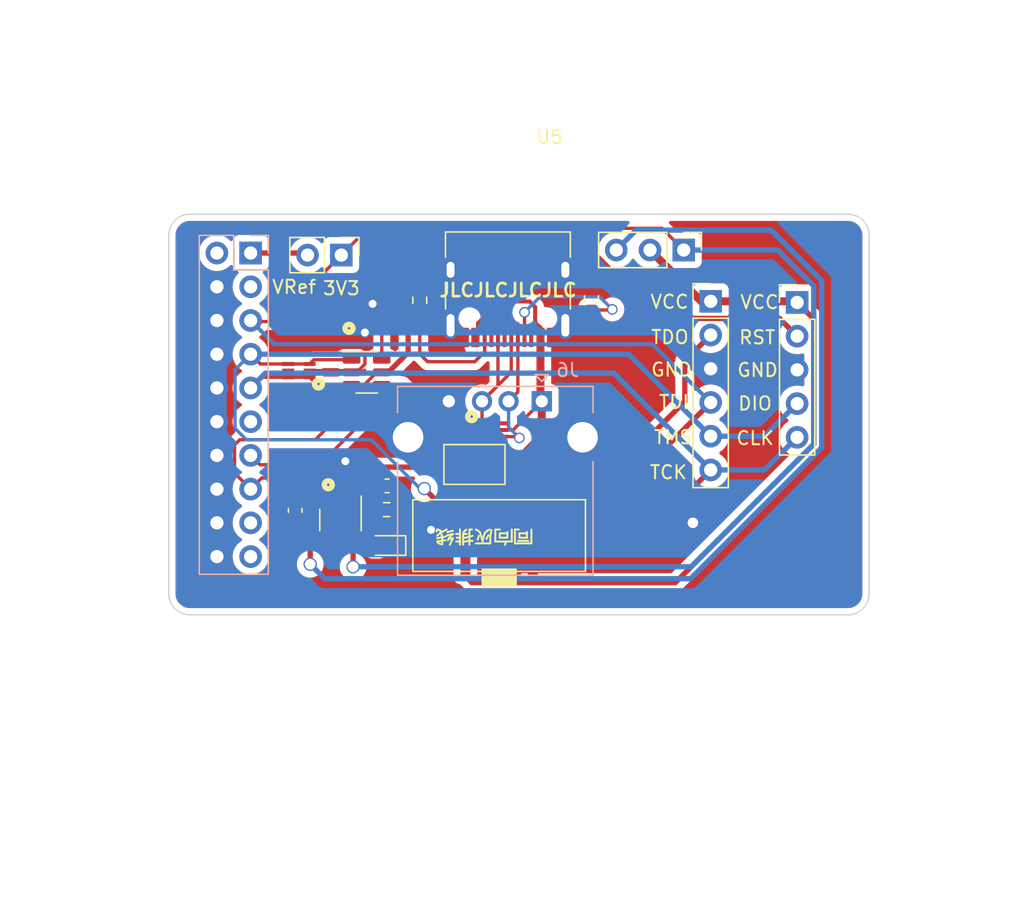
<source format=kicad_pcb>
(kicad_pcb (version 20211014) (generator pcbnew)
  (layers (0 "F.Cu" signal) (31 "B.Cu" signal) (34 "B.Paste" user) (35 "F.Paste" user) (36 "B.SilkS" user "B.Silkscreen") (37 "F.SilkS" user "F.Silkscreen") (38 "B.Mask" user) (39 "F.Mask" user) (44 "Edge.Cuts" user))
  (net 0 "")
  (net 1 "/EXT_5V")
  (net 2 "GND")
  (net 3 "+3V3")
  (net 4 "/SWDCLK")
  (net 5 "/SWDIO")
  (net 6 "/SRST")
  (net 7 "/TDO")
  (net 8 "/TDI")
  (net 9 "Net-(D3-Pad2)")
  (net 10 "Net-(J1-PadA5)")
  (net 12 "Net-(J1-PadB5)")
  (net 14 "/VREF")
  (net 23 "/DeviceVcc")
  (net 27 "VBUS")
  (net 28 "/DP")
  (net 29 "/DN")
  (footprint "Resistor_SMD:R_0603_1608Metric" (layer "F.Cu") (at 161.32 105.55 -90)
    (fp_text reference "R3" hide)
    (fp_text value "5.1k")
    (fp_line (start -0.237258 0.5225) (end 0.237258 0.5225) (layer "F.SilkS") (width 0.12))
    (fp_line (start -0.237258 -0.5225) (end 0.237258 -0.5225) (layer "F.SilkS") (width 0.12))
    (pad "1" smd roundrect (at -0.825 0 270) (size 0.8 0.95) (layers "F.Cu" "F.Paste" "F.Mask") (net 2 "GND"))
    (pad "2" smd roundrect (at 0.825 0 270) (size 0.8 0.95) (layers "F.Cu" "F.Paste" "F.Mask") (net 12 "Net-(J1-PadB5)"))
  )
  (footprint "Connector_PinHeader_2.54mm:PinHeader_1x06_P2.54mm_Vertical" (layer "F.Cu") (at 183.23 105.62)
    (fp_text reference "J5" hide)
    (fp_text value "Conn_01x06")
    (fp_line (start -1.33 14.03) (end 1.33 14.03) (layer "F.SilkS") (width 0.12))
    (fp_line (start 1.33 1.27) (end 1.33 14.03) (layer "F.SilkS") (width 0.12))
    (fp_line (start -1.33 -1.33) (end 0 -1.33) (layer "F.SilkS") (width 0.12))
    (fp_line (start -1.33 1.27) (end 1.33 1.27) (layer "F.SilkS") (width 0.12))
    (fp_line (start -1.33 0) (end -1.33 -1.33) (layer "F.SilkS") (width 0.12))
    (fp_line (start -1.33 1.27) (end -1.33 14.03) (layer "F.SilkS") (width 0.12))
    (pad "1" thru_hole rect (at 0 0) (size 1.7 1.7) (drill 1) (layers *.Cu *.Mask) (net 23 "/DeviceVcc"))
    (pad "2" thru_hole oval (at 0 2.54) (size 1.7 1.7) (drill 1) (layers *.Cu *.Mask) (net 7 "/TDO"))
    (pad "3" thru_hole oval (at 0 5.08) (size 1.7 1.7) (drill 1) (layers *.Cu *.Mask) (net 2 "GND"))
    (pad "4" thru_hole oval (at 0 7.62) (size 1.7 1.7) (drill 1) (layers *.Cu *.Mask) (net 8 "/TDI"))
    (pad "5" thru_hole oval (at 0 10.16) (size 1.7 1.7) (drill 1) (layers *.Cu *.Mask) (net 5 "/SWDIO"))
    (pad "6" thru_hole oval (at 0 12.7) (size 1.7 1.7) (drill 1) (layers *.Cu *.Mask) (net 4 "/SWDCLK"))
  )
  (footprint "LED_SMD:LED_0603_1608Metric" (layer "F.Cu") (at 158.7825 124.01 180)
    (fp_text reference "D3" hide)
    (fp_text value "LED")
    (fp_line (start -1.485 0.735) (end 0.8 0.735) (layer "F.SilkS") (width 0.12))
    (fp_line (start -1.485 -0.735) (end -1.485 0.735) (layer "F.SilkS") (width 0.12))
    (fp_line (start 0.8 -0.735) (end -1.485 -0.735) (layer "F.SilkS") (width 0.12))
    (pad "1" smd roundrect (at -0.7875 0 180) (size 0.875 0.95) (layers "F.Cu" "F.Paste" "F.Mask") (net 2 "GND"))
    (pad "2" smd roundrect (at 0.7875 0 180) (size 0.875 0.95) (layers "F.Cu" "F.Paste" "F.Mask") (net 9 "Net-(D3-Pad2)"))
  )
  (footprint "KisonCommon:USBLC6-2P6-SOT666" (layer "F.Cu") (at 154.977 103.593)
    (fp_text reference "U4" hide)
    (fp_text value "USBLC6-2SC6")
    (fp_circle (center 1.016 4.064) (end 1.116 4.064) (layer "F.SilkS") (width 0.4) (fill none))
    (pad "1" smd rect locked (at 0.35 3.556 90) (size 0.3 0.9) (layers "F.Cu" "F.Paste" "F.Mask") (net 8 "/TDI"))
    (pad "2" smd rect locked (at 0.35 3.056 90) (size 0.3 0.9) (layers "F.Cu" "F.Paste" "F.Mask") (net 2 "GND"))
    (pad "3" smd rect locked (at 0.35 2.556 90) (size 0.3 0.9) (layers "F.Cu" "F.Paste" "F.Mask"))
    (pad "4" smd rect locked (at -1.27 2.556 90) (size 0.3 0.9) (layers "F.Cu" "F.Paste" "F.Mask"))
    (pad "5" smd rect locked (at -1.27 3.056 90) (size 0.3 0.9) (layers "F.Cu" "F.Paste" "F.Mask") (net 3 "+3V3"))
    (pad "6" smd rect locked (at -1.27 3.556 90) (size 0.3 0.9) (layers "F.Cu" "F.Paste" "F.Mask") (net 8 "/TDI"))
  )
  (footprint "KisonCommon:USBLC6-2P6-SOT666" (layer "F.Cu") (at 166.243 118.367 180)
    (fp_text reference "U5" (at -4.857 25.117) (layer "F.SilkS"))
    (fp_text value "USBLC6-2SC6")
    (fp_circle (center 1.016 4.064) (end 1.116 4.064) (layer "F.SilkS") (width 0.4) (fill none))
    (pad "1" smd rect locked (at 0.35 3.556 270) (size 0.3 0.9) (layers "F.Cu" "F.Paste" "F.Mask") (net 28 "/DP"))
    (pad "2" smd rect locked (at 0.35 3.056 270) (size 0.3 0.9) (layers "F.Cu" "F.Paste" "F.Mask") (net 2 "GND"))
    (pad "3" smd rect locked (at 0.35 2.556 270) (size 0.3 0.9) (layers "F.Cu" "F.Paste" "F.Mask") (net 29 "/DN"))
    (pad "4" smd rect locked (at -1.27 2.556 270) (size 0.3 0.9) (layers "F.Cu" "F.Paste" "F.Mask") (net 29 "/DN"))
    (pad "5" smd rect locked (at -1.27 3.056 270) (size 0.3 0.9) (layers "F.Cu" "F.Paste" "F.Mask") (net 27 "VBUS"))
    (pad "6" smd rect locked (at -1.27 3.556 270) (size 0.3 0.9) (layers "F.Cu" "F.Paste" "F.Mask") (net 28 "/DP"))
  )
  (footprint "Capacitor_SMD:C_0603_1608Metric" (layer "F.Cu") (at 158.855 119.52)
    (fp_text reference "C2" hide)
    (fp_text value "1uf")
    (fp_line (start -0.14058 -0.51) (end 0.14058 -0.51) (layer "F.SilkS") (width 0.12))
    (fp_line (start -0.14058 0.51) (end 0.14058 0.51) (layer "F.SilkS") (width 0.12))
    (pad "1" smd roundrect (at -0.775 0) (size 0.9 0.95) (layers "F.Cu" "F.Paste" "F.Mask") (net 3 "+3V3"))
    (pad "2" smd roundrect (at 0.775 0) (size 0.9 0.95) (layers "F.Cu" "F.Paste" "F.Mask") (net 2 "GND"))
  )
  (footprint "Resistor_SMD:R_0603_1608Metric" (layer "F.Cu") (at 174.25 105.45 -90)
    (fp_text reference "R2" hide)
    (fp_text value "5.1k")
    (fp_line (start -0.237258 -0.5225) (end 0.237258 -0.5225) (layer "F.SilkS") (width 0.12))
    (fp_line (start -0.237258 0.5225) (end 0.237258 0.5225) (layer "F.SilkS") (width 0.12))
    (pad "1" smd roundrect (at -0.825 0 270) (size 0.8 0.95) (layers "F.Cu" "F.Paste" "F.Mask") (net 2 "GND"))
    (pad "2" smd roundrect (at 0.825 0 270) (size 0.8 0.95) (layers "F.Cu" "F.Paste" "F.Mask") (net 10 "Net-(J1-PadA5)"))
  )
  (footprint "KisonNew:IDC_1.27mm_10P" (layer "F.Cu") (at 167.3 123.26 180)
    (fp_text reference "J3" hide)
    (fp_text value "ESPProgJTAG_TX")
    (fp_text user "同向灰排线" (at 1.1684 0 180 unlocked) (layer "F.SilkS"))
    (fp_rect (start -6.5 -2.7) (end 6.5 2.7) (layer "F.SilkS") (width 0.12) (fill none))
    (fp_rect (start -1.27 -3.81) (end 1.27 -2.54) (layer "F.SilkS") (width 0.12) (fill solid))
    (pad "1" smd rect (at 2.54 -1.95 180) (size 0.76 2.4) (layers "F.Cu" "F.Paste" "F.Mask") (net 23 "/DeviceVcc"))
    (pad "2" smd rect (at 2.54 1.95 180) (size 0.76 2.4) (layers "F.Cu" "F.Paste" "F.Mask") (net 5 "/SWDIO"))
    (pad "3" smd rect (at 1.27 -1.95 180) (size 0.76 2.4) (layers "F.Cu" "F.Paste" "F.Mask") (net 2 "GND"))
    (pad "4" smd rect (at 1.27 1.95 180) (size 0.76 2.4) (layers "F.Cu" "F.Paste" "F.Mask") (net 4 "/SWDCLK"))
    (pad "5" smd rect (at 0 -1.95 180) (size 0.76 2.4) (layers "F.Cu" "F.Paste" "F.Mask") (net 2 "GND"))
    (pad "6" smd rect (at 0 1.95 180) (size 0.76 2.4) (layers "F.Cu" "F.Paste" "F.Mask") (net 7 "/TDO"))
    (pad "7" smd rect (at -1.27 -1.95 180) (size 0.76 2.4) (layers "F.Cu" "F.Paste" "F.Mask") (net 2 "GND"))
    (pad "8" smd rect (at -1.27 1.95 180) (size 0.76 2.4) (layers "F.Cu" "F.Paste" "F.Mask") (net 8 "/TDI"))
    (pad "9" smd rect (at -2.54 -1.95 180) (size 0.76 2.4) (layers "F.Cu" "F.Paste" "F.Mask") (net 2 "GND"))
    (pad "10" smd rect (at -2.54 1.95 180) (size 0.76 2.4) (layers "F.Cu" "F.Paste" "F.Mask"))
  )
  (footprint "Connector_PinHeader_2.54mm:PinHeader_1x05_P2.54mm_Vertical" (layer "F.Cu") (at 189.74 105.705)
    (fp_text reference "J4" hide)
    (fp_text value "Conn_01x05")
    (fp_line (start -1.33 1.27) (end -1.33 11.49) (layer "F.SilkS") (width 0.12))
    (fp_line (start -1.33 0) (end -1.33 -1.33) (layer "F.SilkS") (width 0.12))
    (fp_line (start -1.33 -1.33) (end 0 -1.33) (layer "F.SilkS") (width 0.12))
    (fp_line (start 1.33 1.27) (end 1.33 11.49) (layer "F.SilkS") (width 0.12))
    (fp_line (start -1.33 11.49) (end 1.33 11.49) (layer "F.SilkS") (width 0.12))
    (fp_line (start -1.33 1.27) (end 1.33 1.27) (layer "F.SilkS") (width 0.12))
    (pad "1" thru_hole rect (at 0 0) (size 1.7 1.7) (drill 1) (layers *.Cu *.Mask) (net 23 "/DeviceVcc"))
    (pad "2" thru_hole oval (at 0 2.54) (size 1.7 1.7) (drill 1) (layers *.Cu *.Mask) (net 6 "/SRST"))
    (pad "3" thru_hole oval (at 0 5.08) (size 1.7 1.7) (drill 1) (layers *.Cu *.Mask) (net 2 "GND"))
    (pad "4" thru_hole oval (at 0 7.62) (size 1.7 1.7) (drill 1) (layers *.Cu *.Mask) (net 5 "/SWDIO"))
    (pad "5" thru_hole oval (at 0 10.16) (size 1.7 1.7) (drill 1) (layers *.Cu *.Mask) (net 4 "/SWDCLK"))
  )
  (footprint "KisonCommon:USBLC6-2P6-SOT666" (layer "F.Cu") (at 152.68 107.784)
    (fp_text reference "U1" hide)
    (fp_text value "USBLC6-2SC6")
    (fp_circle (center 1.016 4.064) (end 1.116 4.064) (layer "F.SilkS") (width 0.4) (fill none))
    (pad "1" smd rect locked (at 0.35 3.556 90) (size 0.3 0.9) (layers "F.Cu" "F.Paste" "F.Mask") (net 4 "/SWDCLK"))
    (pad "2" smd rect locked (at 0.35 3.056 90) (size 0.3 0.9) (layers "F.Cu" "F.Paste" "F.Mask") (net 2 "GND"))
    (pad "3" smd rect locked (at 0.35 2.556 90) (size 0.3 0.9) (layers "F.Cu" "F.Paste" "F.Mask") (net 5 "/SWDIO"))
    (pad "4" smd rect locked (at -1.27 2.556 90) (size 0.3 0.9) (layers "F.Cu" "F.Paste" "F.Mask") (net 5 "/SWDIO"))
    (pad "5" smd rect locked (at -1.27 3.056 90) (size 0.3 0.9) (layers "F.Cu" "F.Paste" "F.Mask"))
    (pad "6" smd rect locked (at -1.27 3.556 90) (size 0.3 0.9) (layers "F.Cu" "F.Paste" "F.Mask") (net 4 "/SWDCLK"))
  )
  (footprint "Capacitor_SMD:C_0603_1608Metric" (layer "F.Cu") (at 151.94 121.365 -90)
    (fp_text reference "C1" hide)
    (fp_text value "1uf")
    (fp_line (start -0.14058 0.51) (end 0.14058 0.51) (layer "F.SilkS") (width 0.12))
    (fp_line (start -0.14058 -0.51) (end 0.14058 -0.51) (layer "F.SilkS") (width 0.12))
    (pad "1" smd roundrect (at -0.775 0 270) (size 0.9 0.95) (layers "F.Cu" "F.Paste" "F.Mask") (net 1 "/EXT_5V"))
    (pad "2" smd roundrect (at 0.775 0 270) (size 0.9 0.95) (layers "F.Cu" "F.Paste" "F.Mask") (net 2 "GND"))
  )
  (footprint "Connector_PinHeader_2.54mm:PinHeader_1x02_P2.54mm_Vertical" (layer "F.Cu") (at 155.41 102.14 -90)
    (fp_text reference "JP1" hide)
    (fp_text value "Jumper_2_Bridged")
    (fp_line (start -1.33 1.27) (end 1.33 1.27) (layer "F.SilkS") (width 0.12))
    (fp_line (start -1.33 -1.33) (end 0 -1.33) (layer "F.SilkS") (width 0.12))
    (fp_line (start -1.33 3.87) (end 1.33 3.87) (layer "F.SilkS") (width 0.12))
    (fp_line (start -1.33 1.27) (end -1.33 3.87) (layer "F.SilkS") (width 0.12))
    (fp_line (start 1.33 1.27) (end 1.33 3.87) (layer "F.SilkS") (width 0.12))
    (fp_line (start -1.33 0) (end -1.33 -1.33) (layer "F.SilkS") (width 0.12))
    (pad "1" thru_hole rect (at 0 0 270) (size 1.7 1.7) (drill 1) (layers *.Cu *.Mask) (net 3 "+3V3"))
    (pad "2" thru_hole oval (at 0 2.54 270) (size 1.7 1.7) (drill 1) (layers *.Cu *.Mask) (net 14 "/VREF"))
  )
  (footprint "Connector_USB:USB_C_Receptacle_HRO_TYPE-C-31-M-12" (layer "F.Cu") (at 167.96 104.3 180)
    (fp_text reference "J1" hide)
    (fp_text value "USB_C_Receptacle_USB2.0")
    (fp_line (start 4.7 2) (end 4.7 3.9) (layer "F.SilkS") (width 0.12))
    (fp_line (start 4.7 -1.9) (end 4.7 0.1) (layer "F.SilkS") (width 0.12))
    (fp_line (start -4.7 2) (end -4.7 3.9) (layer "F.SilkS") (width 0.12))
    (fp_line (start -4.7 -1.9) (end -4.7 0.1) (layer "F.SilkS") (width 0.12))
    (fp_line (start -4.7 3.9) (end 4.7 3.9) (layer "F.SilkS") (width 0.12))
    (pad "" np_thru_hole circle (at 2.89 -2.6 180) (size 0.65 0.65) (drill 0.65) (layers *.Cu *.Mask))
    (pad "" np_thru_hole circle (at -2.89 -2.6 180) (size 0.65 0.65) (drill 0.65) (layers *.Cu *.Mask))
    (pad "A1" smd rect (at -3.25 -4.045 180) (size 0.6 1.45) (layers "F.Cu" "F.Paste" "F.Mask") (net 2 "GND"))
    (pad "A4" smd rect (at -2.45 -4.045 180) (size 0.6 1.45) (layers "F.Cu" "F.Paste" "F.Mask") (net 27 "VBUS"))
    (pad "A5" smd rect (at -1.25 -4.045 180) (size 0.3 1.45) (layers "F.Cu" "F.Paste" "F.Mask") (net 10 "Net-(J1-PadA5)"))
    (pad "A6" smd rect (at -0.25 -4.045 180) (size 0.3 1.45) (layers "F.Cu" "F.Paste" "F.Mask") (net 28 "/DP"))
    (pad "A7" smd rect (at 0.25 -4.045 180) (size 0.3 1.45) (layers "F.Cu" "F.Paste" "F.Mask") (net 29 "/DN"))
    (pad "A8" smd rect (at 1.25 -4.045 180) (size 0.3 1.45) (layers "F.Cu" "F.Paste" "F.Mask"))
    (pad "A9" smd rect (at 2.45 -4.045 180) (size 0.6 1.45) (layers "F.Cu" "F.Paste" "F.Mask") (net 27 "VBUS"))
    (pad "A12" smd rect (at 3.25 -4.045 180) (size 0.6 1.45) (layers "F.Cu" "F.Paste" "F.Mask") (net 2 "GND"))
    (pad "B1" smd rect (at 3.25 -4.045 180) (size 0.6 1.45) (layers "F.Cu" "F.Paste" "F.Mask") (net 2 "GND"))
    (pad "B4" smd rect (at 2.45 -4.045 180) (size 0.6 1.45) (layers "F.Cu" "F.Paste" "F.Mask") (net 27 "VBUS"))
    (pad "B5" smd rect (at 1.75 -4.045 180) (size 0.3 1.45) (layers "F.Cu" "F.Paste" "F.Mask") (net 12 "Net-(J1-PadB5)"))
    (pad "B6" smd rect (at 0.75 -4.045 180) (size 0.3 1.45) (layers "F.Cu" "F.Paste" "F.Mask") (net 28 "/DP"))
    (pad "B7" smd rect (at -0.75 -4.045 180) (size 0.3 1.45) (layers "F.Cu" "F.Paste" "F.Mask") (net 29 "/DN"))
    (pad "B8" smd rect (at -1.75 -4.045 180) (size 0.3 1.45) (layers "F.Cu" "F.Paste" "F.Mask"))
    (pad "B9" smd rect (at -2.45 -4.045 180) (size 0.6 1.45) (layers "F.Cu" "F.Paste" "F.Mask") (net 27 "VBUS"))
    (pad "B12" smd rect (at -3.25 -4.045 180) (size 0.6 1.45) (layers "F.Cu" "F.Paste" "F.Mask") (net 2 "GND"))
    (pad "S1" thru_hole oval (at -4.32 1.05 180) (size 1 1.6) (drill oval 0.6 1.2) (layers *.Cu *.Mask) (net 2 "GND"))
    (pad "S1" thru_hole oval (at 4.32 1.05 180) (size 1 1.6) (drill oval 0.6 1.2) (layers *.Cu *.Mask) (net 2 "GND"))
    (pad "S1" thru_hole oval (at -4.32 -3.13 180) (size 1 2.1) (drill oval 0.6 1.7) (layers *.Cu *.Mask) (net 2 "GND"))
    (pad "S1" thru_hole oval (at 4.32 -3.13 180) (size 1 2.1) (drill oval 0.6 1.7) (layers *.Cu *.Mask) (net 2 "GND"))
  )
  (footprint "Connector_PinHeader_2.54mm:PinHeader_1x03_P2.54mm_Vertical" (layer "F.Cu") (at 181.2 101.76 -90)
    (fp_text reference "JP2" hide)
    (fp_text value "Jumper_3_Bridged12")
    (fp_line (start 1.33 1.27) (end 1.33 6.41) (layer "F.SilkS") (width 0.12))
    (fp_line (start -1.33 1.27) (end -1.33 6.41) (layer "F.SilkS") (width 0.12))
    (fp_line (start -1.33 -1.33) (end 0 -1.33) (layer "F.SilkS") (width 0.12))
    (fp_line (start -1.33 1.27) (end 1.33 1.27) (layer "F.SilkS") (width 0.12))
    (fp_line (start -1.33 6.41) (end 1.33 6.41) (layer "F.SilkS") (width 0.12))
    (fp_line (start -1.33 0) (end -1.33 -1.33) (layer "F.SilkS") (width 0.12))
    (pad "1" thru_hole rect (at 0 0 270) (size 1.7 1.7) (drill 1) (layers *.Cu *.Mask) (net 3 "+3V3"))
    (pad "2" thru_hole oval (at 0 2.54 270) (size 1.7 1.7) (drill 1) (layers *.Cu *.Mask) (net 23 "/DeviceVcc"))
    (pad "3" thru_hole oval (at 0 5.08 270) (size 1.7 1.7) (drill 1) (layers *.Cu *.Mask) (net 1 "/EXT_5V"))
  )
  (footprint "KisonNew:C8678" (layer "F.Cu") (at 165.44 117.91)
    (fp_text reference "D1" hide)
    (fp_text value "D")
    (fp_rect (start -2.3 -1.5) (end 2.3 1.5) (layer "F.SilkS") (width 0.12) (fill none))
    (pad "1" smd rect (at -2.159 0) (size 1.68 1.52) (layers "F.Cu" "F.Paste" "F.Mask") (net 1 "/EXT_5V"))
    (pad "2" smd rect (at 1.741 0) (size 1.68 1.52) (layers "F.Cu" "F.Paste" "F.Mask") (net 27 "VBUS"))
  )
  (footprint "Resistor_SMD:R_0603_1608Metric" (layer "F.Cu") (at 158.83 121.31)
    (fp_text reference "R6" hide)
    (fp_text value "10k")
    (fp_line (start -0.237258 0.5225) (end 0.237258 0.5225) (layer "F.SilkS") (width 0.12))
    (fp_line (start -0.237258 -0.5225) (end 0.237258 -0.5225) (layer "F.SilkS") (width 0.12))
    (pad "1" smd roundrect (at -0.825 0) (size 0.8 0.95) (layers "F.Cu" "F.Paste" "F.Mask") (net 3 "+3V3"))
    (pad "2" smd roundrect (at 0.825 0) (size 0.8 0.95) (layers "F.Cu" "F.Paste" "F.Mask") (net 9 "Net-(D3-Pad2)"))
  )
  (footprint "KisonCommon:USBLC6-2P6-SOT666" (layer "F.Cu") (at 153.417 115.373)
    (fp_text reference "U3" hide)
    (fp_text value "USBLC6-2SC6")
    (fp_circle (center 1.016 4.064) (end 1.116 4.064) (layer "F.SilkS") (width 0.4) (fill none))
    (pad "1" smd rect locked (at 0.35 3.556 90) (size 0.3 0.9) (layers "F.Cu" "F.Paste" "F.Mask") (net 6 "/SRST"))
    (pad "2" smd rect locked (at 0.35 3.056 90) (size 0.3 0.9) (layers "F.Cu" "F.Paste" "F.Mask") (net 2 "GND"))
    (pad "3" smd rect locked (at 0.35 2.556 90) (size 0.3 0.9) (layers "F.Cu" "F.Paste" "F.Mask") (net 7 "/TDO"))
    (pad "4" smd rect locked (at -1.27 2.556 90) (size 0.3 0.9) (layers "F.Cu" "F.Paste" "F.Mask") (net 7 "/TDO"))
    (pad "5" smd rect locked (at -1.27 3.056 90) (size 0.3 0.9) (layers "F.Cu" "F.Paste" "F.Mask"))
    (pad "6" smd rect locked (at -1.27 3.556 90) (size 0.3 0.9) (layers "F.Cu" "F.Paste" "F.Mask") (net 6 "/SRST"))
  )
  (footprint "Package_TO_SOT_SMD:SOT-23-6" (layer "F.Cu") (at 157.3225 110.97)
    (fp_text reference "D2" hide)
    (fp_text value "SMS05CT1G")
    (fp_line (start 0 1.56) (end 0.8 1.56) (layer "F.SilkS") (width 0.12))
    (fp_line (start 0 -1.56) (end -1.8 -1.56) (layer "F.SilkS") (width 0.12))
    (fp_line (start 0 -1.56) (end 0.8 -1.56) (layer "F.SilkS") (width 0.12))
    (fp_line (start 0 1.56) (end -0.8 1.56) (layer "F.SilkS") (width 0.12))
    (pad "1" smd roundrect (at -1.1375 -0.95) (size 1.325 0.6) (layers "F.Cu" "F.Paste" "F.Mask") (net 5 "/SWDIO"))
    (pad "2" smd roundrect (at -1.1375 0) (size 1.325 0.6) (layers "F.Cu" "F.Paste" "F.Mask") (net 2 "GND"))
    (pad "3" smd roundrect (at -1.1375 0.95) (size 1.325 0.6) (layers "F.Cu" "F.Paste" "F.Mask") (net 4 "/SWDCLK"))
    (pad "4" smd roundrect (at 1.1375 0.95) (size 1.325 0.6) (layers "F.Cu" "F.Paste" "F.Mask") (net 7 "/TDO"))
    (pad "5" smd roundrect (at 1.1375 0) (size 1.325 0.6) (layers "F.Cu" "F.Paste" "F.Mask") (net 6 "/SRST"))
    (pad "6" smd roundrect (at 1.1375 -0.95) (size 1.325 0.6) (layers "F.Cu" "F.Paste" "F.Mask") (net 8 "/TDI"))
  )
  (footprint "Package_TO_SOT_SMD:SOT-23-5" (layer "F.Cu") (at 155.35 122.09 -90)
    (fp_text reference "U2" hide)
    (fp_text value "XC6209")
    (fp_line (start 0 1.56) (end -0.8 1.56) (layer "F.SilkS") (width 0.12))
    (fp_line (start 0 -1.56) (end 0.8 -1.56) (layer "F.SilkS") (width 0.12))
    (fp_line (start 0 -1.56) (end -1.8 -1.56) (layer "F.SilkS") (width 0.12))
    (fp_line (start 0 1.56) (end 0.8 1.56) (layer "F.SilkS") (width 0.12))
    (pad "1" smd roundrect (at -1.1375 -0.95 270) (size 1.325 0.6) (layers "F.Cu" "F.Paste" "F.Mask") (net 1 "/EXT_5V"))
    (pad "2" smd roundrect (at -1.1375 0 270) (size 1.325 0.6) (layers "F.Cu" "F.Paste" "F.Mask") (net 2 "GND"))
    (pad "3" smd roundrect (at -1.1375 0.95 270) (size 1.325 0.6) (layers "F.Cu" "F.Paste" "F.Mask") (net 1 "/EXT_5V"))
    (pad "4" smd roundrect (at 1.1375 0.95 270) (size 1.325 0.6) (layers "F.Cu" "F.Paste" "F.Mask"))
    (pad "5" smd roundrect (at 1.1375 -0.95 270) (size 1.325 0.6) (layers "F.Cu" "F.Paste" "F.Mask") (net 3 "+3V3"))
  )
  (footprint "Connector_USB:USB_A_CONNFLY_DS1095-WNR0" (layer "B.Cu") (at 170.51 113.15 180)
    (fp_text reference "J6" (at -1.95 2.35) (layer "B.SilkS") (effects (justify mirror)))
    (fp_text value "USB_A")
    (fp_line (start 10.86 -0.86) (end 10.86 1.12) (layer "B.SilkS") (width 0.12))
    (fp_line (start 0 1.5) (end 0.5 2) (layer "B.SilkS") (width 0.12))
    (fp_line (start -3.86 -4.56) (end -3.86 -13.1) (layer "B.SilkS") (width 0.12))
    (fp_line (start -3.86 1.12) (end -3.86 -0.86) (layer "B.SilkS") (width 0.12))
    (fp_line (start -3.86 1.12) (end 10.86 1.12) (layer "B.SilkS") (width 0.12))
    (fp_line (start 0.5 2) (end -0.5 2) (layer "B.SilkS") (width 0.12))
    (fp_line (start -0.5 2) (end 0 1.5) (layer "B.SilkS") (width 0.12))
    (fp_line (start -3.86 -13.1) (end 10.86 -13.1) (layer "B.SilkS") (width 0.12))
    (fp_line (start 10.86 -4.56) (end 10.86 -13.1) (layer "B.SilkS") (width 0.12))
    (pad "1" thru_hole rect (at 0 0 180) (size 1.524 1.524) (drill 0.92) (layers *.Cu *.Mask) (net 27 "VBUS"))
    (pad "2" thru_hole circle (at 2.5 0 180) (size 1.524 1.524) (drill 0.92) (layers *.Cu *.Mask) (net 29 "/DN"))
    (pad "3" thru_hole circle (at 4.5 0 180) (size 1.524 1.524) (drill 0.92) (layers *.Cu *.Mask) (net 28 "/DP"))
    (pad "4" thru_hole circle (at 7 0 180) (size 1.524 1.524) (drill 0.92) (layers *.Cu *.Mask) (net 2 "GND"))
    (pad "5" thru_hole circle (at -3.07 -2.71 180) (size 3.5 3.5) (drill 2.3) (layers *.Cu *.Mask) (net 2 "GND"))
    (pad "5" thru_hole circle (at 10.07 -2.71 180) (size 3.5 3.5) (drill 2.3) (layers *.Cu *.Mask) (net 2 "GND"))
  )
  (footprint "Connector_PinHeader_2.54mm:PinHeader_2x10_P2.54mm_Vertical" (layer "B.Cu") (at 148.585 101.985 180)
    (fp_text reference "J2" hide)
    (fp_text value "Conn_ARM_JTAG_SWD_20")
    (fp_line (start -1.33 -1.27) (end -1.33 -24.19) (layer "B.SilkS") (width 0.12))
    (fp_line (start -1.33 -1.27) (end 1.27 -1.27) (layer "B.SilkS") (width 0.12))
    (fp_line (start -1.33 -24.19) (end 3.87 -24.19) (layer "B.SilkS") (width 0.12))
    (fp_line (start 1.27 -1.27) (end 1.27 1.33) (layer "B.SilkS") (width 0.12))
    (fp_line (start 3.87 1.33) (end 3.87 -24.19) (layer "B.SilkS") (width 0.12))
    (fp_line (start -1.33 0) (end -1.33 1.33) (layer "B.SilkS") (width 0.12))
    (fp_line (start -1.33 1.33) (end 0 1.33) (layer "B.SilkS") (width 0.12))
    (fp_line (start 1.27 1.33) (end 3.87 1.33) (layer "B.SilkS") (width 0.12))
    (pad "1" thru_hole rect (at 0 0 180) (size 1.7 1.7) (drill 1) (layers *.Cu *.Mask) (net 14 "/VREF"))
    (pad "2" thru_hole oval (at 2.54 0 180) (size 1.7 1.7) (drill 1) (layers *.Cu *.Mask))
    (pad "3" thru_hole oval (at 0 -2.54 180) (size 1.7 1.7) (drill 1) (layers *.Cu *.Mask))
    (pad "4" thru_hole oval (at 2.54 -2.54 180) (size 1.7 1.7) (drill 1) (layers *.Cu *.Mask) (net 2 "GND"))
    (pad "5" thru_hole oval (at 0 -5.08 180) (size 1.7 1.7) (drill 1) (layers *.Cu *.Mask) (net 8 "/TDI"))
    (pad "6" thru_hole oval (at 2.54 -5.08 180) (size 1.7 1.7) (drill 1) (layers *.Cu *.Mask) (net 2 "GND"))
    (pad "7" thru_hole oval (at 0 -7.62 180) (size 1.7 1.7) (drill 1) (layers *.Cu *.Mask) (net 5 "/SWDIO"))
    (pad "8" thru_hole oval (at 2.54 -7.62 180) (size 1.7 1.7) (drill 1) (layers *.Cu *.Mask) (net 2 "GND"))
    (pad "9" thru_hole oval (at 0 -10.16 180) (size 1.7 1.7) (drill 1) (layers *.Cu *.Mask) (net 4 "/SWDCLK"))
    (pad "10" thru_hole oval (at 2.54 -10.16 180) (size 1.7 1.7) (drill 1) (layers *.Cu *.Mask) (net 2 "GND"))
    (pad "11" thru_hole oval (at 0 -12.7 180) (size 1.7 1.7) (drill 1) (layers *.Cu *.Mask))
    (pad "12" thru_hole oval (at 2.54 -12.7 180) (size 1.7 1.7) (drill 1) (layers *.Cu *.Mask) (net 2 "GND"))
    (pad "13" thru_hole oval (at 0 -15.24 180) (size 1.7 1.7) (drill 1) (layers *.Cu *.Mask) (net 7 "/TDO"))
    (pad "14" thru_hole oval (at 2.54 -15.24 180) (size 1.7 1.7) (drill 1) (layers *.Cu *.Mask) (net 2 "GND"))
    (pad "15" thru_hole oval (at 0 -17.78 180) (size 1.7 1.7) (drill 1) (layers *.Cu *.Mask) (net 6 "/SRST"))
    (pad "16" thru_hole oval (at 2.54 -17.78 180) (size 1.7 1.7) (drill 1) (layers *.Cu *.Mask) (net 2 "GND"))
    (pad "17" thru_hole oval (at 0 -20.32 180) (size 1.7 1.7) (drill 1) (layers *.Cu *.Mask))
    (pad "18" thru_hole oval (at 2.54 -20.32 180) (size 1.7 1.7) (drill 1) (layers *.Cu *.Mask) (net 2 "GND"))
    (pad "19" thru_hole oval (at 0 -22.86 180) (size 1.7 1.7) (drill 1) (layers *.Cu *.Mask))
    (pad "20" thru_hole oval (at 2.54 -22.86 180) (size 1.7 1.7) (drill 1) (layers *.Cu *.Mask) (net 2 "GND"))
  )
  (gr_line (start 142.42 127.64) (end 142.42 100.65) (layer "Edge.Cuts") (width 0.1))
  (gr_line (start 144.01 99.06) (end 193.57 99.06) (layer "Edge.Cuts") (width 0.1))
  (gr_arc (start 195.16 127.64) (mid 194.6943 128.7643) (end 193.57 129.23) (layer "Edge.Cuts") (width 0.1))
  (gr_arc (start 193.57 99.06) (mid 194.6943 99.5257) (end 195.16 100.65) (layer "Edge.Cuts") (width 0.1))
  (gr_line (start 195.16 100.65) (end 195.16 127.64) (layer "Edge.Cuts") (width 0.1))
  (gr_arc (start 142.42 100.65) (mid 142.8857 99.5257) (end 144.01 99.06) (layer "Edge.Cuts") (width 0.1))
  (gr_line (start 144.01 129.23) (end 193.57 129.23) (layer "Edge.Cuts") (width 0.1))
  (gr_arc (start 144.01 129.23) (mid 142.8857 128.7643) (end 142.42 127.64) (layer "Edge.Cuts") (width 0.1))
  (gr_text "TDI" (at 180.47 113.21) (layer "F.SilkS") (effects (font (size 1 1))))
  (gr_text "TCK" (at 180.04 118.5) (layer "F.SilkS") (effects (font (size 1 1))))
  (gr_text "RST" (at 186.73 108.34) (layer "F.SilkS") (effects (font (size 1 1))))
  (gr_text "JLCJLCJLCJLC" (at 167.97 104.78) (layer "F.SilkS") (effects (font (size 1 1) (thickness 0.2))))
  (gr_text "DIO" (at 186.57 113.32) (layer "F.SilkS") (effects (font (size 1 1))))
  (gr_text "3V3" (at 155.42 104.64) (layer "F.SilkS") (effects (font (size 1 1))))
  (gr_text "TMS" (at 180.41 115.86) (layer "F.SilkS") (effects (font (size 1 1))))
  (gr_text "VRef" (at 151.86 104.54) (layer "F.SilkS") (effects (font (size 1 1))))
  (gr_text "GND" (at 180.28 110.77) (layer "F.SilkS") (effects (font (size 1 1))))
  (gr_text "TDO" (at 180.16 108.32) (layer "F.SilkS") (effects (font (size 1 1))))
  (gr_text "CLK" (at 186.57 115.93) (layer "F.SilkS") (effects (font (size 1 1))))
  (gr_text "VCC" (at 180.13 105.66) (layer "F.SilkS") (effects (font (size 1 1))))
  (gr_text "GND" (at 186.76 110.8) (layer "F.SilkS") (effects (font (size 1 1))))
  (gr_text "VCC" (at 186.9 105.69) (layer "F.SilkS") (effects (font (size 1 1))))
  (segment (start 157.872052 118.107948) (end 157.614235 118.107948) (width 0.4) (layer "F.Cu") (net 1))
  (segment (start 154.4 120.9525) (end 154.4 120.462183) (width 0.4) (layer "F.Cu") (net 1))
  (segment (start 153.07 120.59) (end 153.07 125.42) (width 0.4) (layer "F.Cu") (net 1))
  (segment (start 153.07 120.59) (end 154.0375 120.59) (width 0.4) (layer "F.Cu") (net 1))
  (segment (start 151.94 120.59) (end 153.07 120.59) (width 0.4) (layer "F.Cu") (net 1))
  (segment (start 154.0375 120.59) (end 154.4 120.9525) (width 0.4) (layer "F.Cu") (net 1))
  (segment (start 163.281 117.91) (end 163.083052 118.107948) (width 0.4) (layer "F.Cu") (net 1))
  (segment (start 157.614235 118.107948) (end 156.3 119.422183) (width 0.4) (layer "F.Cu") (net 1))
  (segment (start 156.3 119.422183) (end 156.3 120.9525) (width 0.4) (layer "F.Cu") (net 1))
  (segment (start 163.083052 118.107948) (end 157.872052 118.107948) (width 0.4) (layer "F.Cu") (net 1))
  (segment (start 156.754235 118.107948) (end 157.872052 118.107948) (width 0.4) (layer "F.Cu") (net 1))
  (segment (start 154.4 120.462183) (end 156.754235 118.107948) (width 0.4) (layer "F.Cu") (net 1))
  (via (at 153.07 125.42) (size 1) (drill 0.8) (layers "F.Cu" "B.Cu") (net 1))
  (segment (start 187.78 100.26) (end 177.62 100.26) (width 0.4) (layer "B.Cu") (net 1))
  (segment (start 154.16 126.51) (end 181.711295 126.51) (width 0.4) (layer "B.Cu") (net 1))
  (segment (start 191.59 104.07) (end 187.78 100.26) (width 0.4) (layer "B.Cu") (net 1))
  (segment (start 181.711295 126.51) (end 191.59 116.631295) (width 0.4) (layer "B.Cu") (net 1))
  (segment (start 153.07 125.42) (end 154.16 126.51) (width 0.4) (layer "B.Cu") (net 1))
  (segment (start 177.62 100.26) (end 176.12 101.76) (width 0.4) (layer "B.Cu") (net 1))
  (segment (start 191.59 116.631295) (end 191.59 104.07) (width 0.4) (layer "B.Cu") (net 1))
  (segment (start 162.17 122.06) (end 162.17 122.83) (width 0.25) (layer "F.Cu") (net 2))
  (segment (start 156.055 110.84) (end 156.185 110.97) (width 0.25) (layer "F.Cu") (net 2))
  (segment (start 166.03 125.21) (end 169.84 125.21) (width 0.6) (layer "F.Cu") (net 2))
  (segment (start 181.89 122.3) (end 181.91 122.28) (width 0.6) (layer "F.Cu") (net 2))
  (segment (start 157.19 110.349251) (end 157.19 107.97) (width 0.25) (layer "F.Cu") (net 2))
  (segment (start 169.84 125.21) (end 178.98 125.21) (width 0.6) (layer "F.Cu") (net 2))
  (segment (start 156.569251 110.97) (end 157.19 110.349251) (width 0.25) (layer "F.Cu") (net 2))
  (segment (start 156.931 106.649) (end 157.77 105.81) (width 0.25) (layer "F.Cu") (net 2))
  (segment (start 155.327 106.649) (end 156.931 106.649) (width 0.25) (layer "F.Cu") (net 2))
  (segment (start 164.691 115.311) (end 163.5 114.12) (width 0.25) (layer "F.Cu") (net 2))
  (segment (start 154.951 118.429) (end 155.72 117.66) (width 0.25) (layer "F.Cu") (net 2))
  (segment (start 159.63 119.52) (end 162.17 122.06) (width 0.25) (layer "F.Cu") (net 2))
  (segment (start 153.03 110.84) (end 156.055 110.84) (width 0.25) (layer "F.Cu") (net 2))
  (segment (start 155.72 117.66) (end 155.74 117.64) (width 0.25) (layer "F.Cu") (net 2))
  (segment (start 156.185 110.97) (end 156.569251 110.97) (width 0.25) (layer "F.Cu") (net 2))
  (segment (start 163.5 113.16) (end 163.51 113.15) (width 0.25) (layer "F.Cu") (net 2))
  (segment (start 153.767 118.429) (end 154.951 118.429) (width 0.25) (layer "F.Cu") (net 2))
  (segment (start 178.98 125.21) (end 181.89 122.3) (width 0.6) (layer "F.Cu") (net 2))
  (segment (start 165.893 115.311) (end 164.691 115.311) (width 0.25) (layer "F.Cu") (net 2))
  (segment (start 163.5 114.12) (end 163.5 113.16) (width 0.25) (layer "F.Cu") (net 2))
  (via (at 157.19 107.97) (size 0.8) (drill 0.6) (layers "F.Cu" "B.Cu") (net 2))
  (via (at 155.72 117.66) (size 0.8) (drill 0.6) (layers "F.Cu" "B.Cu") (net 2))
  (via (at 157.77 105.81) (size 0.8) (drill 0.6) (layers "F.Cu" "B.Cu") (net 2))
  (via (at 162.17 122.83) (size 0.8) (drill 0.6) (layers "F.Cu" "B.Cu") (net 2))
  (via (at 181.89 122.3) (size 1) (drill 0.8) (layers "F.Cu" "B.Cu") (net 2))
  (segment (start 153.707 106.649) (end 152.957 106.649) (width 0.25) (layer "F.Cu") (net 3))
  (segment (start 156.3 123.2275) (end 156.3 123.015) (width 0.4) (layer "F.Cu") (net 3))
  (segment (start 158.005 119.595) (end 158.08 119.52) (width 0.4) (layer "F.Cu") (net 3))
  (segment (start 156.3 123.2275) (end 156.3 125.61) (width 0.4) (layer "F.Cu") (net 3))
  (segment (start 152.82 104.73) (end 155.41 102.14) (width 0.25) (layer "F.Cu") (net 3))
  (segment (start 158.005 121.31) (end 158.005 119.595) (width 0.4) (layer "F.Cu") (net 3))
  (segment (start 179.563557 100.123557) (end 181.2 101.76) (width 0.25) (layer "F.Cu") (net 3))
  (segment (start 155.41 102.14) (end 157.426443 100.123557) (width 0.25) (layer "F.Cu") (net 3))
  (segment (start 156.3 123.015) (end 158.005 121.31) (width 0.4) (layer "F.Cu") (net 3))
  (segment (start 152.957 106.649) (end 152.82 106.512) (width 0.25) (layer "F.Cu") (net 3))
  (segment (start 157.426443 100.123557) (end 179.563557 100.123557) (width 0.25) (layer "F.Cu") (net 3))
  (segment (start 152.82 106.512) (end 152.82 104.73) (width 0.25) (layer "F.Cu") (net 3))
  (via (at 156.3 125.61) (size 1) (drill 0.8) (layers "F.Cu" "B.Cu") (net 3))
  (segment (start 188.28 101.76) (end 181.2 101.76) (width 0.4) (layer "B.Cu") (net 3))
  (segment (start 190.99 116.382767) (end 190.99 104.47) (width 0.4) (layer "B.Cu") (net 3))
  (segment (start 156.3 125.61) (end 181.762767 125.61) (width 0.4) (layer "B.Cu") (net 3))
  (segment (start 190.99 104.47) (end 188.28 101.76) (width 0.4) (layer "B.Cu") (net 3))
  (segment (start 181.762767 125.61) (end 190.99 116.382767) (width 0.4) (layer "B.Cu") (net 3))
  (segment (start 166.03 123.46) (end 178.09 123.46) (width 0.4) (layer "F.Cu") (net 4))
  (segment (start 153.61 111.92) (end 156.185 111.92) (width 0.25) (layer "F.Cu") (net 4))
  (segment (start 166.03 121.31) (end 166.03 123.46) (width 0.4) (layer "F.Cu") (net 4))
  (segment (start 178.09 123.46) (end 183.23 118.32) (width 0.4) (layer "F.Cu") (net 4))
  (segment (start 153.03 111.34) (end 153.61 111.92) (width 0.25) (layer "F.Cu") (net 4))
  (segment (start 149.39 111.34) (end 153.03 111.34) (width 0.25) (layer "F.Cu") (net 4))
  (segment (start 148.585 112.145) (end 149.39 111.34) (width 0.25) (layer "F.Cu") (net 4))
  (segment (start 149.7 111.03) (end 148.585 112.145) (width 0.4) (layer "B.Cu") (net 4))
  (segment (start 183.23 118.32) (end 187.285 118.32) (width 0.4) (layer "B.Cu") (net 4))
  (segment (start 187.285 118.32) (end 189.74 115.865) (width 0.4) (layer "B.Cu") (net 4))
  (segment (start 183.23 118.32) (end 175.94 111.03) (width 0.4) (layer "B.Cu") (net 4))
  (segment (start 175.94 111.03) (end 149.7 111.03) (width 0.4) (layer "B.Cu") (net 4))
  (segment (start 149.32 110.34) (end 153.03 110.34) (width 0.25) (layer "F.Cu") (net 5))
  (segment (start 153.35 110.02) (end 156.185 110.02) (width 0.25) (layer "F.Cu") (net 5))
  (segment (start 148.585 109.605) (end 149.32 110.34) (width 0.25) (layer "F.Cu") (net 5))
  (segment (start 161.665 119.725) (end 161.64 119.7) (width 0.4) (layer "F.Cu") (net 5))
  (segment (start 163.25 121.31) (end 161.665 119.725) (width 0.4) (layer "F.Cu") (net 5))
  (segment (start 153.03 110.34) (end 153.35 110.02) (width 0.25) (layer "F.Cu") (net 5))
  (segment (start 164.76 121.31) (end 163.25 121.31) (width 0.4) (layer "F.Cu") (net 5))
  (via (at 161.665 119.725) (size 1) (drill 0.8) (layers "F.Cu" "B.Cu") (net 5))
  (segment (start 148.27 116.05) (end 157.67 116.05) (width 0.25) (layer "B.Cu") (net 5))
  (segment (start 161.345 119.725) (end 161.665 119.725) (width 0.25) (layer "B.Cu") (net 5))
  (segment (start 183.23 115.78) (end 177.055 109.605) (width 0.4) (layer "B.Cu") (net 5))
  (segment (start 147.41 110.78) (end 147.41 115.19) (width 0.25) (layer "B.Cu") (net 5))
  (segment (start 148.585 109.605) (end 147.41 110.78) (width 0.25) (layer "B.Cu") (net 5))
  (segment (start 187.285 115.78) (end 189.74 113.325) (width 0.4) (layer "B.Cu") (net 5))
  (segment (start 147.41 115.19) (end 148.27 116.05) (width 0.25) (layer "B.Cu") (net 5))
  (segment (start 157.67 116.05) (end 161.345 119.725) (width 0.25) (layer "B.Cu") (net 5))
  (segment (start 177.055 109.605) (end 148.585 109.605) (width 0.4) (layer "B.Cu") (net 5))
  (segment (start 183.23 115.78) (end 187.285 115.78) (width 0.4) (layer "B.Cu") (net 5))
  (segment (start 188.405 106.91) (end 179.34 106.91) (width 0.4) (layer "F.Cu") (net 6))
  (segment (start 153.45 116.05) (end 147.759999 116.05) (width 0.25) (layer "F.Cu") (net 6))
  (segment (start 147.759999 116.05) (end 147.374278 116.435721) (width 0.25) (layer "F.Cu") (net 6))
  (segment (start 158.46 110.97) (end 158.075749 110.97) (width 0.25) (layer "F.Cu") (net 6))
  (segment (start 158.950317 110.97) (end 158.46 110.97) (width 0.4) (layer "F.Cu") (net 6))
  (segment (start 148.585 119.765) (end 149.421 118.929) (width 0.25) (layer "F.Cu") (net 6))
  (segment (start 147.374278 118.554278) (end 148.585 119.765) (width 0.25) (layer "F.Cu") (net 6))
  (segment (start 162.54 102.05) (end 160.445 104.145) (width 0.4) (layer "F.Cu") (net 6))
  (segment (start 158.075749 110.97) (end 157.1725 111.873249) (width 0.25) (layer "F.Cu") (net 6))
  (segment (start 157.1725 111.873249) (end 157.1725 112.3275) (width 0.25) (layer "F.Cu") (net 6))
  (segment (start 189.74 108.245) (end 188.405 106.91) (width 0.4) (layer "F.Cu") (net 6))
  (segment (start 179.34 106.91) (end 174.48 102.05) (width 0.4) (layer "F.Cu") (net 6))
  (segment (start 174.48 102.05) (end 162.54 102.05) (width 0.4) (layer "F.Cu") (net 6))
  (segment (start 160.445 104.145) (end 160.445 109.475317) (width 0.4) (layer "F.Cu") (net 6))
  (segment (start 147.374278 116.435721) (end 147.374278 118.554278) (width 0.25) (layer "F.Cu") (net 6))
  (segment (start 157.1725 112.3275) (end 153.45 116.05) (width 0.25) (layer "F.Cu") (net 6))
  (segment (start 149.421 118.929) (end 153.767 118.929) (width 0.25) (layer "F.Cu") (net 6))
  (segment (start 160.445 109.475317) (end 158.950317 110.97) (width 0.4) (layer "F.Cu") (net 6))
  (segment (start 169.35 118.15) (end 176.29 118.15) (width 0.4) (layer "F.Cu") (net 7))
  (segment (start 149.289 117.929) (end 153.767 117.929) (width 0.25) (layer "F.Cu") (net 7))
  (segment (start 158.46 113.236) (end 158.46 111.92) (width 0.25) (layer "F.Cu") (net 7))
  (segment (start 176.29 118.15) (end 181.28 113.16) (width 0.4) (layer "F.Cu") (net 7))
  (segment (start 181.28 110.11) (end 183.23 108.16) (width 0.4) (layer "F.Cu") (net 7))
  (segment (start 159.99 111.92) (end 158.46 111.92) (width 0.3) (layer "F.Cu") (net 7))
  (segment (start 167.3 121.31) (end 167.3 120.2) (width 0.4) (layer "F.Cu") (net 7))
  (segment (start 167.3 121.31) (end 167.3 120.49) (width 0.3) (layer "F.Cu") (net 7))
  (segment (start 181.28 113.16) (end 181.28 110.11) (width 0.4) (layer "F.Cu") (net 7))
  (segment (start 167.3 120.2) (end 169.35 118.15) (width 0.4) (layer "F.Cu") (net 7))
  (segment (start 153.767 117.929) (end 158.46 113.236) (width 0.25) (layer "F.Cu") (net 7))
  (segment (start 148.585 117.225) (end 149.289 117.929) (width 0.25) (layer "F.Cu") (net 7))
  (segment (start 164.76 116.69) (end 159.99 111.92) (width 0.3) (layer "F.Cu") (net 7))
  (segment (start 164.76 117.95) (end 164.76 116.69) (width 0.3) (layer "F.Cu") (net 7))
  (segment (start 167.3 120.49) (end 164.76 117.95) (width 0.3) (layer "F.Cu") (net 7))
  (segment (start 158.46 107.84) (end 158.46 110.02) (width 0.25) (layer "F.Cu") (net 8))
  (segment (start 183.23 113.24) (end 177.21 119.26) (width 0.4) (layer "F.Cu") (net 8))
  (segment (start 148.669 107.149) (end 153.707 107.149) (width 0.25) (layer "F.Cu") (net 8))
  (segment (start 177.21 119.26) (end 169.51 119.26) (width 0.4) (layer "F.Cu") (net 8))
  (segment (start 153.707 107.149) (end 155.327 107.149) (width 0.25) (layer "F.Cu") (net 8))
  (segment (start 155.327 107.149) (end 157.769 107.149) (width 0.25) (layer "F.Cu") (net 8))
  (segment (start 148.585 107.065) (end 148.669 107.149) (width 0.25) (layer "F.Cu") (net 8))
  (segment (start 169.51 119.26) (end 168.57 120.2) (width 0.4) (layer "F.Cu") (net 8))
  (segment (start 157.769 107.149) (end 158.46 107.84) (width 0.25) (layer "F.Cu") (net 8))
  (segment (start 168.57 120.2) (end 168.57 121.31) (width 0.4) (layer "F.Cu") (net 8))
  (segment (start 150.37 108.85) (end 148.585 107.065) (width 0.3) (layer "B.Cu") (net 8))
  (segment (start 178.84 108.85) (end 150.37 108.85) (width 0.3) (layer "B.Cu") (net 8))
  (segment (start 183.23 113.24) (end 178.84 108.85) (width 0.3) (layer "B.Cu") (net 8))
  (segment (start 157.995 122.97) (end 159.655 121.31) (width 0.25) (layer "F.Cu") (net 9))
  (segment (start 157.995 124.01) (end 157.995 122.97) (width 0.25) (layer "F.Cu") (net 9))
  (segment (start 169.21 108.345) (end 169.21 106.45) (width 0.25) (layer "F.Cu") (net 10))
  (segment (start 174.25 106.275) (end 175.775 106.275) (width 0.25) (layer "F.Cu") (net 10))
  (segment (start 175.775 106.275) (end 175.82 106.23) (width 0.25) (layer "F.Cu") (net 10))
  (via (at 169.21 106.45) (size 0.8) (drill 0.6) (layers "F.Cu" "B.Cu") (net 10))
  (via (at 175.82 106.23) (size 0.8) (drill 0.6) (layers "F.Cu" "B.Cu") (net 10))
  (segment (start 170.38 105.28) (end 174.87 105.28) (width 0.25) (layer "B.Cu") (net 10))
  (segment (start 169.21 106.45) (end 170.38 105.28) (width 0.25) (layer "B.Cu") (net 10))
  (segment (start 174.87 105.28) (end 175.82 106.23) (width 0.25) (layer "B.Cu") (net 10))
  (segment (start 165.46 110.17) (end 161.91 110.17) (width 0.25) (layer "F.Cu") (net 12))
  (segment (start 166.21 108.345) (end 166.21 109.42) (width 0.25) (layer "F.Cu") (net 12))
  (segment (start 161.32 109.58) (end 161.32 106.375) (width 0.25) (layer "F.Cu") (net 12))
  (segment (start 166.21 109.42) (end 165.46 110.17) (width 0.25) (layer "F.Cu") (net 12))
  (segment (start 161.91 110.17) (end 161.32 109.58) (width 0.25) (layer "F.Cu") (net 12))
  (segment (start 148.585 101.985) (end 152.715 101.985) (width 0.4) (layer "F.Cu") (net 14))
  (segment (start 152.715 101.985) (end 152.87 102.14) (width 0.4) (layer "F.Cu") (net 14))
  (segment (start 182.52 105.62) (end 183.23 105.62) (width 0.6) (layer "F.Cu") (net 23))
  (segment (start 189.655 105.62) (end 189.74 105.705) (width 0.6) (layer "F.Cu") (net 23))
  (segment (start 183.23 105.62) (end 186.49 105.62) (width 0.6) (layer "F.Cu") (net 23))
  (segment (start 190.99 116.382767) (end 190.99 106.955) (width 0.4) (layer "F.Cu") (net 23))
  (segment (start 178.66 101.76) (end 182.52 105.62) (width 0.6) (layer "F.Cu") (net 23))
  (segment (start 186.49 105.62) (end 189.655 105.62) (width 0.6) (layer "F.Cu") (net 23))
  (segment (start 165.25 126.81) (end 180.562767 126.81) (width 0.4) (layer "F.Cu") (net 23))
  (segment (start 164.76 125.21) (end 164.76 126.32) (width 0.4) (layer "F.Cu") (net 23))
  (segment (start 190.99 106.955) (end 189.74 105.705) (width 0.4) (layer "F.Cu") (net 23))
  (segment (start 180.562767 126.81) (end 190.99 116.382767) (width 0.4) (layer "F.Cu") (net 23))
  (segment (start 164.76 126.32) (end 165.25 126.81) (width 0.4) (layer "F.Cu") (net 23))
  (segment (start 168.36 117.91) (end 167.181 117.91) (width 0.6) (layer "F.Cu") (net 27))
  (segment (start 165.71 108.145) (end 165.51 108.345) (width 0.3) (layer "F.Cu") (net 27))
  (segment (start 170.41 113.05) (end 170.51 113.15) (width 0.6) (layer "F.Cu") (net 27))
  (segment (start 170.41 107.625001) (end 170.01 107.225001) (width 0.3) (layer "F.Cu") (net 27))
  (segment (start 170.41 108.345) (end 170.41 107.57) (width 0.3) (layer "F.Cu") (net 27))
  (segment (start 170.01 106.05) (end 169.59 105.63) (width 0.3) (layer "F.Cu") (net 27))
  (segment (start 168.349 115.311) (end 170.51 113.15) (width 0.25) (layer "F.Cu") (net 27))
  (segment (start 170.51 115.76) (end 168.36 117.91) (width 0.6) (layer "F.Cu") (net 27))
  (segment (start 170.01 107.225001) (end 170.01 106.05) (width 0.3) (layer "F.Cu") (net 27))
  (segment (start 165.71 107.27) (end 165.71 108.145) (width 0.3) (layer "F.Cu") (net 27))
  (segment (start 170.51 113.15) (end 170.51 115.76) (width 0.6) (layer "F.Cu") (net 27))
  (segment (start 170.41 108.345) (end 170.41 107.625001) (width 0.3) (layer "F.Cu") (net 27))
  (segment (start 170.41 108.345) (end 170.41 113.05) (width 0.6) (layer "F.Cu") (net 27))
  (segment (start 167.513 115.311) (end 168.349 115.311) (width 0.25) (layer "F.Cu") (net 27))
  (segment (start 169.59 105.63) (end 167.35 105.63) (width 0.3) (layer "F.Cu") (net 27))
  (segment (start 167.35 105.63) (end 165.71 107.27) (width 0.3) (layer "F.Cu") (net 27))
  (segment (start 168.21 108.345) (end 168.21 110.95) (width 0.25) (layer "F.Cu") (net 28))
  (segment (start 167.21 108.345) (end 167.21 111.95) (width 0.25) (layer "F.Cu") (net 28))
  (segment (start 167.21 111.95) (end 166.01 113.15) (width 0.25) (layer "F.Cu") (net 28))
  (segment (start 168.21 110.95) (end 166.01 113.15) (width 0.25) (layer "F.Cu") (net 28))
  (segment (start 166.01 113.15) (end 166.01 114.694) (width 0.25) (layer "F.Cu") (net 28))
  (segment (start 165.893 114.811) (end 167.513 114.811) (width 0.25) (layer "F.Cu") (net 28))
  (segment (start 166.01 114.694) (end 165.893 114.811) (width 0.25) (layer "F.Cu") (net 28))
  (segment (start 165.893 115.811) (end 168.721 115.811) (width 0.25) (layer "F.Cu") (net 29))
  (segment (start 168.71 108.345) (end 168.71 112.45) (width 0.25) (layer "F.Cu") (net 29))
  (segment (start 168.71 108.345) (end 168.71 107.32) (width 0.25) (layer "F.Cu") (net 29))
  (segment (start 168.685 107.295) (end 167.92 107.295) (width 0.25) (layer "F.Cu") (net 29))
  (segment (start 168.721 115.811) (end 168.82 115.91) (width 0.25) (layer "F.Cu") (net 29))
  (segment (start 168.71 107.32) (end 168.685 107.295) (width 0.25) (layer "F.Cu") (net 29))
  (segment (start 168.71 112.45) (end 168.01 113.15) (width 0.25) (layer "F.Cu") (net 29))
  (segment (start 167.92 107.295) (end 167.71 107.505) (width 0.25) (layer "F.Cu") (net 29))
  (segment (start 167.71 107.505) (end 167.71 108.345) (width 0.25) (layer "F.Cu") (net 29))
  (via (at 168.82 115.91) (size 0.8) (drill 0.6) (layers "F.Cu" "B.Cu") (net 29))
  (segment (start 168.82 115.91) (end 168.01 115.1) (width 0.25) (layer "B.Cu") (net 29))
  (segment (start 168.01 115.1) (end 168.01 113.15) (width 0.25) (layer "B.Cu") (net 29))
  (zone (net 2) (net_name "GND") (layers F&B.Cu) (connect_pads yes (clearance 0.508)) (min_thickness 0.254) (fill yes (thermal_gap 0.508) (thermal_bridge_width 0.508))
    (polygon (pts (xy 205.26 151.78) (xy 129.71 143.69) (xy 138.7 88.29) (xy 206.83 82.93)))
  )
)
</source>
